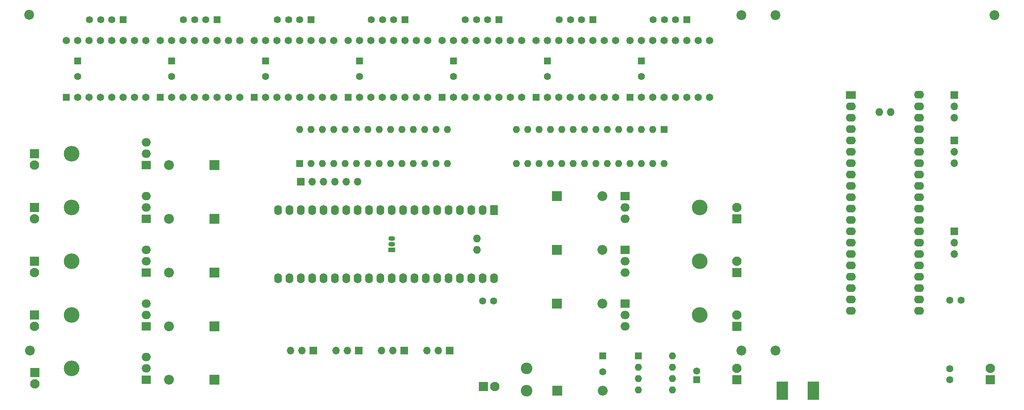
<source format=gbr>
%TF.GenerationSoftware,KiCad,Pcbnew,(5.1.7)-1*%
%TF.CreationDate,2020-11-03T10:53:37+01:00*%
%TF.ProjectId,PCB,5043422e-6b69-4636-9164-5f7063625858,rev?*%
%TF.SameCoordinates,Original*%
%TF.FileFunction,Soldermask,Bot*%
%TF.FilePolarity,Negative*%
%FSLAX46Y46*%
G04 Gerber Fmt 4.6, Leading zero omitted, Abs format (unit mm)*
G04 Created by KiCad (PCBNEW (5.1.7)-1) date 2020-11-03 10:53:37*
%MOMM*%
%LPD*%
G01*
G04 APERTURE LIST*
%ADD10C,2.200000*%
%ADD11O,1.727200X1.727200*%
%ADD12O,1.727200X2.250000*%
%ADD13R,1.727200X2.250000*%
%ADD14O,1.700000X1.700000*%
%ADD15R,1.700000X1.700000*%
%ADD16C,1.600000*%
%ADD17R,2.100000X2.100000*%
%ADD18C,2.100000*%
%ADD19R,2.665000X4.190000*%
%ADD20O,1.600000X1.600000*%
%ADD21R,1.600000X1.600000*%
%ADD22R,2.250000X1.727200*%
%ADD23O,2.250000X1.727200*%
%ADD24O,2.000000X1.905000*%
%ADD25R,2.000000X1.905000*%
%ADD26O,3.500000X3.500000*%
%ADD27O,2.200000X2.200000*%
%ADD28R,2.200000X2.200000*%
%ADD29R,1.500000X1.050000*%
%ADD30O,1.500000X1.050000*%
%ADD31C,2.600000*%
%ADD32C,1.590000*%
%ADD33R,1.590000X1.590000*%
%ADD34C,1.650000*%
%ADD35R,1.650000X1.650000*%
G04 APERTURE END LIST*
D10*
%TO.C,H7*%
X189600000Y-98000000D03*
%TD*%
%TO.C,H6*%
X238600000Y-23000000D03*
%TD*%
%TO.C,H5*%
X189600000Y-23000000D03*
%TD*%
%TO.C,H4*%
X182000000Y-98000000D03*
%TD*%
%TO.C,H3*%
X23000000Y-98000000D03*
%TD*%
%TO.C,H2*%
X182000000Y-23000000D03*
%TD*%
%TO.C,H1*%
X22860000Y-22860000D03*
%TD*%
D11*
%TO.C,U4*%
X122870800Y-72930000D03*
X122870800Y-75470000D03*
D12*
X126731600Y-81810000D03*
X124140800Y-81810000D03*
X121600800Y-81810000D03*
X119060800Y-81810000D03*
X116520800Y-81810000D03*
X113980800Y-81810000D03*
X111440800Y-81810000D03*
X108900800Y-81810000D03*
X106360800Y-81810000D03*
X103820800Y-81810000D03*
X101280800Y-81810000D03*
X98740800Y-81810000D03*
X96200800Y-81810000D03*
X93660800Y-81810000D03*
X91120800Y-81810000D03*
X88580800Y-81810000D03*
X86040800Y-81810000D03*
X83500800Y-81810000D03*
X80960800Y-81810000D03*
X78420800Y-81810000D03*
X78420800Y-66570000D03*
X80960800Y-66570000D03*
X83500800Y-66570000D03*
X86040800Y-66570000D03*
X88580800Y-66570000D03*
X91120800Y-66570000D03*
X93660800Y-66570000D03*
X96200800Y-66570000D03*
X98740800Y-66570000D03*
X101280800Y-66570000D03*
X103820800Y-66570000D03*
X106360800Y-66570000D03*
X108900800Y-66570000D03*
X111440800Y-66570000D03*
X113980800Y-66570000D03*
X116520800Y-66570000D03*
X119060800Y-66570000D03*
X121600800Y-66570000D03*
X124140800Y-66570000D03*
D13*
X126680800Y-66570000D03*
%TD*%
D14*
%TO.C,SPECTRAL1*%
X96200800Y-60220000D03*
X93660800Y-60220000D03*
X91120800Y-60220000D03*
X88580800Y-60220000D03*
X86040800Y-60220000D03*
D15*
X83500800Y-60220000D03*
%TD*%
D16*
%TO.C,C12*%
X231100000Y-86760000D03*
X228600000Y-86760000D03*
%TD*%
%TO.C,C11*%
X228600000Y-104540000D03*
X228600000Y-102040000D03*
%TD*%
D17*
%TO.C,5V_IN*%
X237600000Y-104540000D03*
D18*
X237600000Y-102000000D03*
%TD*%
%TO.C,5V_OUT*%
X126900800Y-106000000D03*
D17*
X124360800Y-106000000D03*
%TD*%
D15*
%TO.C,I2C*%
X229600000Y-50979200D03*
D14*
X229600000Y-53519200D03*
X229600000Y-56059200D03*
%TD*%
%TO.C,WATER_LVL*%
X91440000Y-98000000D03*
X93980000Y-98000000D03*
D15*
X96520000Y-98000000D03*
%TD*%
D14*
%TO.C,I2C*%
X101600000Y-98000000D03*
X104140000Y-98000000D03*
D15*
X106680000Y-98000000D03*
%TD*%
D19*
%TO.C,ANT*%
X191107500Y-107000000D03*
X198092500Y-107000000D03*
%TD*%
D20*
%TO.C,U15*%
X166620000Y-99190000D03*
X159000000Y-106810000D03*
X166620000Y-101730000D03*
X159000000Y-104270000D03*
X166620000Y-104270000D03*
X159000000Y-101730000D03*
X166620000Y-106810000D03*
D21*
X159000000Y-99190000D03*
%TD*%
D18*
%TO.C,VIN*%
X181000000Y-102000000D03*
D17*
X181000000Y-104540000D03*
%TD*%
D15*
%TO.C,DEBUG*%
X229600000Y-40819200D03*
D14*
X229600000Y-43359200D03*
X229600000Y-45899200D03*
%TD*%
D15*
%TO.C,SERIAL*%
X229600000Y-71299200D03*
D14*
X229600000Y-73839200D03*
X229600000Y-76379200D03*
%TD*%
D22*
%TO.C,U24*%
X206480000Y-40819200D03*
D23*
X206480000Y-43359200D03*
X206480000Y-45899200D03*
X206480000Y-48439200D03*
X206480000Y-50979200D03*
X206480000Y-53519200D03*
X206480000Y-56059200D03*
X206480000Y-58599200D03*
X206480000Y-61139200D03*
X206480000Y-63679200D03*
X206480000Y-66219200D03*
X206480000Y-68759200D03*
X206480000Y-71299200D03*
X206480000Y-73839200D03*
X206480000Y-76379200D03*
X206480000Y-78919200D03*
X206480000Y-81459200D03*
X206480000Y-83999200D03*
X206480000Y-86539200D03*
X206480000Y-89079200D03*
X221720000Y-89079200D03*
X221720000Y-86539200D03*
X221720000Y-83999200D03*
X221720000Y-81459200D03*
X221720000Y-78919200D03*
X221720000Y-76379200D03*
X221720000Y-73839200D03*
X221720000Y-71299200D03*
X221720000Y-68759200D03*
X221720000Y-66219200D03*
X221720000Y-63679200D03*
X221720000Y-61139200D03*
X221720000Y-58599200D03*
X221720000Y-56059200D03*
X221720000Y-53519200D03*
X221720000Y-50979200D03*
X221720000Y-48439200D03*
X221720000Y-45899200D03*
X221720000Y-43359200D03*
X221720000Y-40768400D03*
D11*
X215380000Y-44629200D03*
X212840000Y-44629200D03*
%TD*%
D24*
%TO.C,Q9*%
X156000000Y-92540000D03*
X156000000Y-90000000D03*
D25*
X156000000Y-87460000D03*
D26*
X172660000Y-90000000D03*
%TD*%
D24*
%TO.C,Q8*%
X156000000Y-80540000D03*
X156000000Y-78000000D03*
D25*
X156000000Y-75460000D03*
D26*
X172660000Y-78000000D03*
%TD*%
D24*
%TO.C,Q7*%
X156000000Y-68540000D03*
X156000000Y-66000000D03*
D25*
X156000000Y-63460000D03*
D26*
X172660000Y-66000000D03*
%TD*%
D18*
%TO.C,FAN*%
X181000000Y-90000000D03*
D17*
X181000000Y-92540000D03*
%TD*%
D18*
%TO.C,PUMP*%
X181000000Y-78000000D03*
D17*
X181000000Y-80540000D03*
%TD*%
D18*
%TO.C,MIXER_MOT*%
X181000000Y-66000000D03*
D17*
X181000000Y-68540000D03*
%TD*%
D27*
%TO.C,D9*%
X150920000Y-87460000D03*
D28*
X140760000Y-87460000D03*
%TD*%
D27*
%TO.C,D8*%
X150920000Y-75460000D03*
D28*
X140760000Y-75460000D03*
%TD*%
D27*
%TO.C,D7*%
X150920000Y-63460000D03*
D28*
X140760000Y-63460000D03*
%TD*%
D24*
%TO.C,Q5*%
X49000000Y-99460000D03*
X49000000Y-102000000D03*
D25*
X49000000Y-104540000D03*
D26*
X32340000Y-102000000D03*
%TD*%
D24*
%TO.C,Q4*%
X49000000Y-51460000D03*
X49000000Y-54000000D03*
D25*
X49000000Y-56540000D03*
D26*
X32340000Y-54000000D03*
%TD*%
D24*
%TO.C,Q3*%
X49000000Y-63460000D03*
X49000000Y-66000000D03*
D25*
X49000000Y-68540000D03*
D26*
X32340000Y-66000000D03*
%TD*%
D24*
%TO.C,Q2*%
X49000000Y-75460000D03*
X49000000Y-78000000D03*
D25*
X49000000Y-80540000D03*
D26*
X32340000Y-78000000D03*
%TD*%
D24*
%TO.C,Q1*%
X49000000Y-87460000D03*
X49000000Y-90000000D03*
D25*
X49000000Y-92540000D03*
D26*
X32340000Y-90000000D03*
%TD*%
D16*
%TO.C,C10*%
X159650000Y-36680000D03*
D21*
X159650000Y-33180000D03*
%TD*%
D16*
%TO.C,C9*%
X138650000Y-36680000D03*
D21*
X138650000Y-33180000D03*
%TD*%
D16*
%TO.C,C8*%
X117650000Y-36680000D03*
D21*
X117650000Y-33180000D03*
%TD*%
D16*
%TO.C,C7*%
X96650000Y-36680000D03*
D21*
X96650000Y-33180000D03*
%TD*%
D16*
%TO.C,C6*%
X75650000Y-36680000D03*
D21*
X75650000Y-33180000D03*
%TD*%
D16*
%TO.C,C5*%
X54650000Y-36680000D03*
D21*
X54650000Y-33180000D03*
%TD*%
D29*
%TO.C,U14*%
X103820800Y-75460000D03*
D30*
X103820800Y-72920000D03*
X103820800Y-74190000D03*
%TD*%
D18*
%TO.C,HEATER*%
X24130000Y-105410000D03*
D17*
X24130000Y-102870000D03*
%TD*%
D27*
%TO.C,D6*%
X54080000Y-104540000D03*
D28*
X64240000Y-104540000D03*
%TD*%
D16*
%TO.C,C4*%
X33650000Y-36680000D03*
D21*
X33650000Y-33180000D03*
%TD*%
D20*
%TO.C,U6*%
X164730000Y-56190000D03*
X131710000Y-48570000D03*
X162190000Y-56190000D03*
X134250000Y-48570000D03*
X159650000Y-56190000D03*
X136790000Y-48570000D03*
X157110000Y-56190000D03*
X139330000Y-48570000D03*
X154570000Y-56190000D03*
X141870000Y-48570000D03*
X152030000Y-56190000D03*
X144410000Y-48570000D03*
X149490000Y-56190000D03*
X146950000Y-48570000D03*
X146950000Y-56190000D03*
X149490000Y-48570000D03*
X144410000Y-56190000D03*
X152030000Y-48570000D03*
X141870000Y-56190000D03*
X154570000Y-48570000D03*
X139330000Y-56190000D03*
X157110000Y-48570000D03*
X136790000Y-56190000D03*
X159650000Y-48570000D03*
X134250000Y-56190000D03*
X162190000Y-48570000D03*
X131710000Y-56190000D03*
D21*
X164730000Y-48570000D03*
%TD*%
D20*
%TO.C,U3*%
X83270000Y-48570000D03*
X116290000Y-56190000D03*
X85810000Y-48570000D03*
X113750000Y-56190000D03*
X88350000Y-48570000D03*
X111210000Y-56190000D03*
X90890000Y-48570000D03*
X108670000Y-56190000D03*
X93430000Y-48570000D03*
X106130000Y-56190000D03*
X95970000Y-48570000D03*
X103590000Y-56190000D03*
X98510000Y-48570000D03*
X101050000Y-56190000D03*
X101050000Y-48570000D03*
X98510000Y-56190000D03*
X103590000Y-48570000D03*
X95970000Y-56190000D03*
X106130000Y-48570000D03*
X93430000Y-56190000D03*
X108670000Y-48570000D03*
X90890000Y-56190000D03*
X111210000Y-48570000D03*
X88350000Y-56190000D03*
X113750000Y-48570000D03*
X85810000Y-56190000D03*
X116290000Y-48570000D03*
D21*
X83270000Y-56190000D03*
%TD*%
D15*
%TO.C,DEBUG*%
X116840000Y-98000000D03*
D14*
X114300000Y-98000000D03*
X111760000Y-98000000D03*
%TD*%
%TO.C,SERIAL*%
X81280000Y-98000000D03*
X83820000Y-98000000D03*
D15*
X86360000Y-98000000D03*
%TD*%
D16*
%TO.C,C3*%
X124140800Y-86890000D03*
X126640800Y-86890000D03*
%TD*%
D31*
%TO.C,L1*%
X134000000Y-102000000D03*
X134000000Y-107000000D03*
%TD*%
D16*
%TO.C,C2*%
X151000000Y-102690000D03*
D21*
X151000000Y-99190000D03*
%TD*%
D16*
%TO.C,C1*%
X172000000Y-102540000D03*
D21*
X172000000Y-104540000D03*
%TD*%
D27*
%TO.C,D5*%
X54080000Y-56540000D03*
D28*
X64240000Y-56540000D03*
%TD*%
D27*
%TO.C,D4*%
X54080000Y-68540000D03*
D28*
X64240000Y-68540000D03*
%TD*%
D27*
%TO.C,D3*%
X54080000Y-80540000D03*
D28*
X64240000Y-80540000D03*
%TD*%
D27*
%TO.C,D2*%
X54080000Y-92540000D03*
D28*
X64240000Y-92540000D03*
%TD*%
D27*
%TO.C,D1*%
X151000000Y-107000000D03*
D28*
X140840000Y-107000000D03*
%TD*%
D18*
%TO.C,VALVE_4*%
X24000000Y-56540000D03*
D17*
X24000000Y-54000000D03*
%TD*%
D18*
%TO.C,VALVE_3*%
X24000000Y-68540000D03*
D17*
X24000000Y-66000000D03*
%TD*%
D18*
%TO.C,VALVE_2*%
X24000000Y-80540000D03*
D17*
X24000000Y-78000000D03*
%TD*%
D32*
%TO.C,J9*%
X162310000Y-24000000D03*
X164810000Y-24000000D03*
X167310000Y-24000000D03*
D33*
X169810000Y-24000000D03*
%TD*%
D32*
%TO.C,J8*%
X99310000Y-24000000D03*
X101810000Y-24000000D03*
X104310000Y-24000000D03*
D33*
X106810000Y-24000000D03*
%TD*%
D32*
%TO.C,J7*%
X57310000Y-24000000D03*
X59810000Y-24000000D03*
X62310000Y-24000000D03*
D33*
X64810000Y-24000000D03*
%TD*%
D32*
%TO.C,J6*%
X36310000Y-24000000D03*
X38810000Y-24000000D03*
X41310000Y-24000000D03*
D33*
X43810000Y-24000000D03*
%TD*%
D32*
%TO.C,J4*%
X141310000Y-24000000D03*
X143810000Y-24000000D03*
X146310000Y-24000000D03*
D33*
X148810000Y-24000000D03*
%TD*%
D32*
%TO.C,J3*%
X78310000Y-24000000D03*
X80810000Y-24000000D03*
X83310000Y-24000000D03*
D33*
X85810000Y-24000000D03*
%TD*%
D34*
%TO.C,U13*%
X48890000Y-28650000D03*
X46350000Y-28650000D03*
X43810000Y-28650000D03*
X41270000Y-28650000D03*
X31110000Y-28650000D03*
X33650000Y-28650000D03*
X36190000Y-28650000D03*
D35*
X31110000Y-41350000D03*
D34*
X33650000Y-41350000D03*
X36190000Y-41350000D03*
X48890000Y-41350000D03*
X46350000Y-41350000D03*
X43810000Y-41350000D03*
X41270000Y-41350000D03*
X38730000Y-28650000D03*
X38730000Y-41350000D03*
%TD*%
%TO.C,U12*%
X174890000Y-28650000D03*
X172350000Y-28650000D03*
X169810000Y-28650000D03*
X167270000Y-28650000D03*
X157110000Y-28650000D03*
X159650000Y-28650000D03*
X162190000Y-28650000D03*
D35*
X157110000Y-41350000D03*
D34*
X159650000Y-41350000D03*
X162190000Y-41350000D03*
X174890000Y-41350000D03*
X172350000Y-41350000D03*
X169810000Y-41350000D03*
X167270000Y-41350000D03*
X164730000Y-28650000D03*
X164730000Y-41350000D03*
%TD*%
%TO.C,U11*%
X132890000Y-28650000D03*
X130350000Y-28650000D03*
X127810000Y-28650000D03*
X125270000Y-28650000D03*
X115110000Y-28650000D03*
X117650000Y-28650000D03*
X120190000Y-28650000D03*
D35*
X115110000Y-41350000D03*
D34*
X117650000Y-41350000D03*
X120190000Y-41350000D03*
X132890000Y-41350000D03*
X130350000Y-41350000D03*
X127810000Y-41350000D03*
X125270000Y-41350000D03*
X122730000Y-28650000D03*
X122730000Y-41350000D03*
%TD*%
%TO.C,U9*%
X90890000Y-28650000D03*
X88350000Y-28650000D03*
X85810000Y-28650000D03*
X83270000Y-28650000D03*
X73110000Y-28650000D03*
X75650000Y-28650000D03*
X78190000Y-28650000D03*
D35*
X73110000Y-41350000D03*
D34*
X75650000Y-41350000D03*
X78190000Y-41350000D03*
X90890000Y-41350000D03*
X88350000Y-41350000D03*
X85810000Y-41350000D03*
X83270000Y-41350000D03*
X80730000Y-28650000D03*
X80730000Y-41350000D03*
%TD*%
%TO.C,U8*%
X111890000Y-28650000D03*
X109350000Y-28650000D03*
X106810000Y-28650000D03*
X104270000Y-28650000D03*
X94110000Y-28650000D03*
X96650000Y-28650000D03*
X99190000Y-28650000D03*
D35*
X94110000Y-41350000D03*
D34*
X96650000Y-41350000D03*
X99190000Y-41350000D03*
X111890000Y-41350000D03*
X109350000Y-41350000D03*
X106810000Y-41350000D03*
X104270000Y-41350000D03*
X101730000Y-28650000D03*
X101730000Y-41350000D03*
%TD*%
%TO.C,U7*%
X153890000Y-28650000D03*
X151350000Y-28650000D03*
X148810000Y-28650000D03*
X146270000Y-28650000D03*
X136110000Y-28650000D03*
X138650000Y-28650000D03*
X141190000Y-28650000D03*
D35*
X136110000Y-41350000D03*
D34*
X138650000Y-41350000D03*
X141190000Y-41350000D03*
X153890000Y-41350000D03*
X151350000Y-41350000D03*
X148810000Y-41350000D03*
X146270000Y-41350000D03*
X143730000Y-28650000D03*
X143730000Y-41350000D03*
%TD*%
D18*
%TO.C,VALVE_1*%
X24000000Y-92540000D03*
D17*
X24000000Y-90000000D03*
%TD*%
D32*
%TO.C,J1*%
X120310000Y-24000000D03*
X122810000Y-24000000D03*
X125310000Y-24000000D03*
D33*
X127810000Y-24000000D03*
%TD*%
D34*
%TO.C,U2*%
X69890000Y-28650000D03*
X67350000Y-28650000D03*
X64810000Y-28650000D03*
X62270000Y-28650000D03*
X52110000Y-28650000D03*
X54650000Y-28650000D03*
X57190000Y-28650000D03*
D35*
X52110000Y-41350000D03*
D34*
X54650000Y-41350000D03*
X57190000Y-41350000D03*
X69890000Y-41350000D03*
X67350000Y-41350000D03*
X64810000Y-41350000D03*
X62270000Y-41350000D03*
X59730000Y-28650000D03*
X59730000Y-41350000D03*
%TD*%
M02*

</source>
